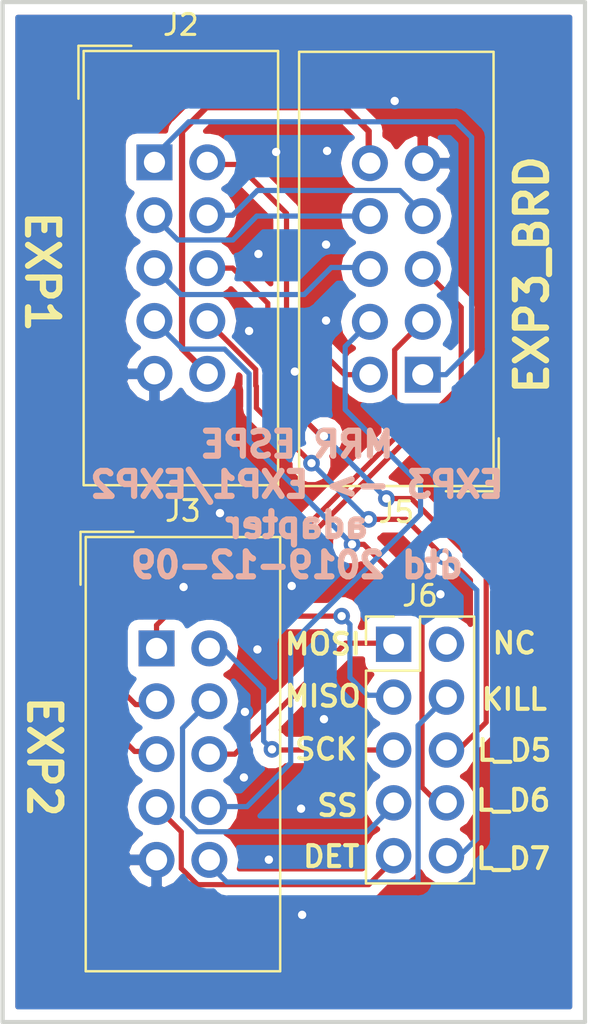
<source format=kicad_pcb>
(kicad_pcb (version 20171130) (host pcbnew 5.0.2-bee76a0~70~ubuntu18.04.1)

  (general
    (thickness 1.6)
    (drawings 18)
    (tracks 173)
    (zones 0)
    (modules 4)
    (nets 20)
  )

  (page A4)
  (layers
    (0 F.Cu signal)
    (31 B.Cu signal)
    (32 B.Adhes user)
    (33 F.Adhes user)
    (34 B.Paste user)
    (35 F.Paste user)
    (36 B.SilkS user)
    (37 F.SilkS user)
    (38 B.Mask user)
    (39 F.Mask user)
    (40 Dwgs.User user)
    (41 Cmts.User user)
    (42 Eco1.User user)
    (43 Eco2.User user)
    (44 Edge.Cuts user)
    (45 Margin user)
    (46 B.CrtYd user)
    (47 F.CrtYd user)
    (48 B.Fab user)
    (49 F.Fab user)
  )

  (setup
    (last_trace_width 0.25)
    (trace_clearance 0.2)
    (zone_clearance 0.508)
    (zone_45_only no)
    (trace_min 0.2)
    (segment_width 0.2)
    (edge_width 0.2)
    (via_size 0.8)
    (via_drill 0.4)
    (via_min_size 0.4)
    (via_min_drill 0.3)
    (uvia_size 0.3)
    (uvia_drill 0.1)
    (uvias_allowed no)
    (uvia_min_size 0.2)
    (uvia_min_drill 0.1)
    (pcb_text_width 0.3)
    (pcb_text_size 1.5 1.5)
    (mod_edge_width 0.15)
    (mod_text_size 1 1)
    (mod_text_width 0.15)
    (pad_size 2.5 2.5)
    (pad_drill 1)
    (pad_to_mask_clearance 0.051)
    (solder_mask_min_width 0.25)
    (aux_axis_origin 0 0)
    (visible_elements FFFFFF7F)
    (pcbplotparams
      (layerselection 0x010fc_ffffffff)
      (usegerberextensions true)
      (usegerberattributes false)
      (usegerberadvancedattributes false)
      (creategerberjobfile false)
      (excludeedgelayer true)
      (linewidth 0.100000)
      (plotframeref false)
      (viasonmask false)
      (mode 1)
      (useauxorigin false)
      (hpglpennumber 1)
      (hpglpenspeed 20)
      (hpglpendiameter 15.000000)
      (psnegative false)
      (psa4output false)
      (plotreference true)
      (plotvalue true)
      (plotinvisibletext false)
      (padsonsilk false)
      (subtractmaskfromsilk false)
      (outputformat 1)
      (mirror false)
      (drillshape 0)
      (scaleselection 1)
      (outputdirectory "gerber/"))
  )

  (net 0 "")
  (net 1 +5V)
  (net 2 GND)
  (net 3 BEEPER)
  (net 4 BTN_ENC)
  (net 5 LCD_EN)
  (net 6 LCD_RS)
  (net 7 LCD_D4)
  (net 8 LCD_D5)
  (net 9 LCD_D6)
  (net 10 LCD_D7)
  (net 11 KILL)
  (net 12 EN)
  (net 13 SD_DET)
  (net 14 MOSI)
  (net 15 BTN_EN1)
  (net 16 SS)
  (net 17 BTN_EN2)
  (net 18 SCK)
  (net 19 MISO)

  (net_class Default "This is the default net class."
    (clearance 0.2)
    (trace_width 0.25)
    (via_dia 0.8)
    (via_drill 0.4)
    (uvia_dia 0.3)
    (uvia_drill 0.1)
    (add_net BEEPER)
    (add_net BTN_EN1)
    (add_net BTN_EN2)
    (add_net BTN_ENC)
    (add_net EN)
    (add_net GND)
    (add_net KILL)
    (add_net LCD_D4)
    (add_net LCD_D5)
    (add_net LCD_D6)
    (add_net LCD_D7)
    (add_net LCD_EN)
    (add_net LCD_RS)
    (add_net MISO)
    (add_net MOSI)
    (add_net SCK)
    (add_net SD_DET)
    (add_net SS)
  )

  (net_class +5V ""
    (clearance 0.2)
    (trace_width 0.3)
    (via_dia 0.8)
    (via_drill 0.4)
    (uvia_dia 0.3)
    (uvia_drill 0.1)
    (add_net +5V)
  )

  (module Connector_IDC:IDC-Header_2x05_P2.54mm_Vertical (layer F.Cu) (tedit 59DE0611) (tstamp 5DFC66CD)
    (at 89.3 88.7)
    (descr "Through hole straight IDC box header, 2x05, 2.54mm pitch, double rows")
    (tags "Through hole IDC box header THT 2x05 2.54mm double row")
    (path /5DEE29DA)
    (fp_text reference J2 (at 1.27 -6.604) (layer F.SilkS)
      (effects (font (size 1 1) (thickness 0.15)))
    )
    (fp_text value EXP1 (at 1.27 16.764) (layer F.Fab)
      (effects (font (size 1 1) (thickness 0.15)))
    )
    (fp_text user %R (at 1.27 5.08) (layer F.Fab)
      (effects (font (size 1 1) (thickness 0.15)))
    )
    (fp_line (start 5.695 -5.1) (end 5.695 15.26) (layer F.Fab) (width 0.1))
    (fp_line (start 5.145 -4.56) (end 5.145 14.7) (layer F.Fab) (width 0.1))
    (fp_line (start -3.155 -5.1) (end -3.155 15.26) (layer F.Fab) (width 0.1))
    (fp_line (start -2.605 -4.56) (end -2.605 2.83) (layer F.Fab) (width 0.1))
    (fp_line (start -2.605 7.33) (end -2.605 14.7) (layer F.Fab) (width 0.1))
    (fp_line (start -2.605 2.83) (end -3.155 2.83) (layer F.Fab) (width 0.1))
    (fp_line (start -2.605 7.33) (end -3.155 7.33) (layer F.Fab) (width 0.1))
    (fp_line (start 5.695 -5.1) (end -3.155 -5.1) (layer F.Fab) (width 0.1))
    (fp_line (start 5.145 -4.56) (end -2.605 -4.56) (layer F.Fab) (width 0.1))
    (fp_line (start 5.695 15.26) (end -3.155 15.26) (layer F.Fab) (width 0.1))
    (fp_line (start 5.145 14.7) (end -2.605 14.7) (layer F.Fab) (width 0.1))
    (fp_line (start 5.695 -5.1) (end 5.145 -4.56) (layer F.Fab) (width 0.1))
    (fp_line (start 5.695 15.26) (end 5.145 14.7) (layer F.Fab) (width 0.1))
    (fp_line (start -3.155 -5.1) (end -2.605 -4.56) (layer F.Fab) (width 0.1))
    (fp_line (start -3.155 15.26) (end -2.605 14.7) (layer F.Fab) (width 0.1))
    (fp_line (start 5.95 -5.35) (end 5.95 15.51) (layer F.CrtYd) (width 0.05))
    (fp_line (start 5.95 15.51) (end -3.41 15.51) (layer F.CrtYd) (width 0.05))
    (fp_line (start -3.41 15.51) (end -3.41 -5.35) (layer F.CrtYd) (width 0.05))
    (fp_line (start -3.41 -5.35) (end 5.95 -5.35) (layer F.CrtYd) (width 0.05))
    (fp_line (start 5.945 -5.35) (end 5.945 15.51) (layer F.SilkS) (width 0.12))
    (fp_line (start 5.945 15.51) (end -3.405 15.51) (layer F.SilkS) (width 0.12))
    (fp_line (start -3.405 15.51) (end -3.405 -5.35) (layer F.SilkS) (width 0.12))
    (fp_line (start -3.405 -5.35) (end 5.945 -5.35) (layer F.SilkS) (width 0.12))
    (fp_line (start -3.655 -5.6) (end -3.655 -3.06) (layer F.SilkS) (width 0.12))
    (fp_line (start -3.655 -5.6) (end -1.115 -5.6) (layer F.SilkS) (width 0.12))
    (pad 1 thru_hole rect (at 0 0) (size 1.7272 1.7272) (drill 1.016) (layers *.Cu *.Mask)
      (net 3 BEEPER))
    (pad 2 thru_hole oval (at 2.54 0) (size 1.7272 1.7272) (drill 1.016) (layers *.Cu *.Mask)
      (net 4 BTN_ENC))
    (pad 3 thru_hole oval (at 0 2.54) (size 1.7272 1.7272) (drill 1.016) (layers *.Cu *.Mask)
      (net 5 LCD_EN))
    (pad 4 thru_hole oval (at 2.54 2.54) (size 1.7272 1.7272) (drill 1.016) (layers *.Cu *.Mask)
      (net 6 LCD_RS))
    (pad 5 thru_hole oval (at 0 5.08) (size 1.7272 1.7272) (drill 1.016) (layers *.Cu *.Mask)
      (net 7 LCD_D4))
    (pad 6 thru_hole oval (at 2.54 5.08) (size 1.7272 1.7272) (drill 1.016) (layers *.Cu *.Mask)
      (net 8 LCD_D5))
    (pad 7 thru_hole oval (at 0 7.62) (size 1.7272 1.7272) (drill 1.016) (layers *.Cu *.Mask)
      (net 9 LCD_D6))
    (pad 8 thru_hole oval (at 2.54 7.62) (size 1.7272 1.7272) (drill 1.016) (layers *.Cu *.Mask)
      (net 10 LCD_D7))
    (pad 9 thru_hole oval (at 0 10.16) (size 1.7272 1.7272) (drill 1.016) (layers *.Cu *.Mask)
      (net 2 GND))
    (pad 10 thru_hole oval (at 2.54 10.16) (size 1.7272 1.7272) (drill 1.016) (layers *.Cu *.Mask)
      (net 1 +5V))
    (model ${KISYS3DMOD}/Connector_IDC.3dshapes/IDC-Header_2x05_P2.54mm_Vertical.wrl
      (at (xyz 0 0 0))
      (scale (xyz 1 1 1))
      (rotate (xyz 0 0 0))
    )
  )

  (module Connector_IDC:IDC-Header_2x05_P2.54mm_Vertical (layer F.Cu) (tedit 59DE0611) (tstamp 5DFC66F5)
    (at 89.4 112.05)
    (descr "Through hole straight IDC box header, 2x05, 2.54mm pitch, double rows")
    (tags "Through hole IDC box header THT 2x05 2.54mm double row")
    (path /5DEE2A58)
    (fp_text reference J3 (at 1.27 -6.604) (layer F.SilkS)
      (effects (font (size 1 1) (thickness 0.15)))
    )
    (fp_text value EXP2 (at 1.27 16.764) (layer F.Fab)
      (effects (font (size 1 1) (thickness 0.15)))
    )
    (fp_line (start -3.655 -5.6) (end -1.115 -5.6) (layer F.SilkS) (width 0.12))
    (fp_line (start -3.655 -5.6) (end -3.655 -3.06) (layer F.SilkS) (width 0.12))
    (fp_line (start -3.405 -5.35) (end 5.945 -5.35) (layer F.SilkS) (width 0.12))
    (fp_line (start -3.405 15.51) (end -3.405 -5.35) (layer F.SilkS) (width 0.12))
    (fp_line (start 5.945 15.51) (end -3.405 15.51) (layer F.SilkS) (width 0.12))
    (fp_line (start 5.945 -5.35) (end 5.945 15.51) (layer F.SilkS) (width 0.12))
    (fp_line (start -3.41 -5.35) (end 5.95 -5.35) (layer F.CrtYd) (width 0.05))
    (fp_line (start -3.41 15.51) (end -3.41 -5.35) (layer F.CrtYd) (width 0.05))
    (fp_line (start 5.95 15.51) (end -3.41 15.51) (layer F.CrtYd) (width 0.05))
    (fp_line (start 5.95 -5.35) (end 5.95 15.51) (layer F.CrtYd) (width 0.05))
    (fp_line (start -3.155 15.26) (end -2.605 14.7) (layer F.Fab) (width 0.1))
    (fp_line (start -3.155 -5.1) (end -2.605 -4.56) (layer F.Fab) (width 0.1))
    (fp_line (start 5.695 15.26) (end 5.145 14.7) (layer F.Fab) (width 0.1))
    (fp_line (start 5.695 -5.1) (end 5.145 -4.56) (layer F.Fab) (width 0.1))
    (fp_line (start 5.145 14.7) (end -2.605 14.7) (layer F.Fab) (width 0.1))
    (fp_line (start 5.695 15.26) (end -3.155 15.26) (layer F.Fab) (width 0.1))
    (fp_line (start 5.145 -4.56) (end -2.605 -4.56) (layer F.Fab) (width 0.1))
    (fp_line (start 5.695 -5.1) (end -3.155 -5.1) (layer F.Fab) (width 0.1))
    (fp_line (start -2.605 7.33) (end -3.155 7.33) (layer F.Fab) (width 0.1))
    (fp_line (start -2.605 2.83) (end -3.155 2.83) (layer F.Fab) (width 0.1))
    (fp_line (start -2.605 7.33) (end -2.605 14.7) (layer F.Fab) (width 0.1))
    (fp_line (start -2.605 -4.56) (end -2.605 2.83) (layer F.Fab) (width 0.1))
    (fp_line (start -3.155 -5.1) (end -3.155 15.26) (layer F.Fab) (width 0.1))
    (fp_line (start 5.145 -4.56) (end 5.145 14.7) (layer F.Fab) (width 0.1))
    (fp_line (start 5.695 -5.1) (end 5.695 15.26) (layer F.Fab) (width 0.1))
    (fp_text user %R (at 1.27 5.08) (layer F.Fab)
      (effects (font (size 1 1) (thickness 0.15)))
    )
    (pad 10 thru_hole oval (at 2.54 10.16) (size 1.7272 1.7272) (drill 1.016) (layers *.Cu *.Mask)
      (net 11 KILL))
    (pad 9 thru_hole oval (at 0 10.16) (size 1.7272 1.7272) (drill 1.016) (layers *.Cu *.Mask)
      (net 2 GND))
    (pad 8 thru_hole oval (at 2.54 7.62) (size 1.7272 1.7272) (drill 1.016) (layers *.Cu *.Mask)
      (net 12 EN))
    (pad 7 thru_hole oval (at 0 7.62) (size 1.7272 1.7272) (drill 1.016) (layers *.Cu *.Mask)
      (net 13 SD_DET))
    (pad 6 thru_hole oval (at 2.54 5.08) (size 1.7272 1.7272) (drill 1.016) (layers *.Cu *.Mask)
      (net 14 MOSI))
    (pad 5 thru_hole oval (at 0 5.08) (size 1.7272 1.7272) (drill 1.016) (layers *.Cu *.Mask)
      (net 15 BTN_EN1))
    (pad 4 thru_hole oval (at 2.54 2.54) (size 1.7272 1.7272) (drill 1.016) (layers *.Cu *.Mask)
      (net 16 SS))
    (pad 3 thru_hole oval (at 0 2.54) (size 1.7272 1.7272) (drill 1.016) (layers *.Cu *.Mask)
      (net 17 BTN_EN2))
    (pad 2 thru_hole oval (at 2.54 0) (size 1.7272 1.7272) (drill 1.016) (layers *.Cu *.Mask)
      (net 18 SCK))
    (pad 1 thru_hole rect (at 0 0) (size 1.7272 1.7272) (drill 1.016) (layers *.Cu *.Mask)
      (net 19 MISO))
    (model ${KISYS3DMOD}/Connector_IDC.3dshapes/IDC-Header_2x05_P2.54mm_Vertical.wrl
      (at (xyz 0 0 0))
      (scale (xyz 1 1 1))
      (rotate (xyz 0 0 0))
    )
  )

  (module Connector_IDC:IDC-Header_2x05_P2.54mm_Vertical (layer F.Cu) (tedit 59DE0611) (tstamp 5DFC6743)
    (at 102.2 98.9 180)
    (descr "Through hole straight IDC box header, 2x05, 2.54mm pitch, double rows")
    (tags "Through hole IDC box header THT 2x05 2.54mm double row")
    (path /5DEE2A92)
    (fp_text reference J5 (at 1.27 -6.604 180) (layer F.SilkS)
      (effects (font (size 1 1) (thickness 0.15)))
    )
    (fp_text value EXP3_BRD (at 1.27 16.764 180) (layer F.Fab)
      (effects (font (size 1 1) (thickness 0.15)))
    )
    (fp_text user %R (at 1.27 5.08 180) (layer F.Fab)
      (effects (font (size 1 1) (thickness 0.15)))
    )
    (fp_line (start 5.695 -5.1) (end 5.695 15.26) (layer F.Fab) (width 0.1))
    (fp_line (start 5.145 -4.56) (end 5.145 14.7) (layer F.Fab) (width 0.1))
    (fp_line (start -3.155 -5.1) (end -3.155 15.26) (layer F.Fab) (width 0.1))
    (fp_line (start -2.605 -4.56) (end -2.605 2.83) (layer F.Fab) (width 0.1))
    (fp_line (start -2.605 7.33) (end -2.605 14.7) (layer F.Fab) (width 0.1))
    (fp_line (start -2.605 2.83) (end -3.155 2.83) (layer F.Fab) (width 0.1))
    (fp_line (start -2.605 7.33) (end -3.155 7.33) (layer F.Fab) (width 0.1))
    (fp_line (start 5.695 -5.1) (end -3.155 -5.1) (layer F.Fab) (width 0.1))
    (fp_line (start 5.145 -4.56) (end -2.605 -4.56) (layer F.Fab) (width 0.1))
    (fp_line (start 5.695 15.26) (end -3.155 15.26) (layer F.Fab) (width 0.1))
    (fp_line (start 5.145 14.7) (end -2.605 14.7) (layer F.Fab) (width 0.1))
    (fp_line (start 5.695 -5.1) (end 5.145 -4.56) (layer F.Fab) (width 0.1))
    (fp_line (start 5.695 15.26) (end 5.145 14.7) (layer F.Fab) (width 0.1))
    (fp_line (start -3.155 -5.1) (end -2.605 -4.56) (layer F.Fab) (width 0.1))
    (fp_line (start -3.155 15.26) (end -2.605 14.7) (layer F.Fab) (width 0.1))
    (fp_line (start 5.95 -5.35) (end 5.95 15.51) (layer F.CrtYd) (width 0.05))
    (fp_line (start 5.95 15.51) (end -3.41 15.51) (layer F.CrtYd) (width 0.05))
    (fp_line (start -3.41 15.51) (end -3.41 -5.35) (layer F.CrtYd) (width 0.05))
    (fp_line (start -3.41 -5.35) (end 5.95 -5.35) (layer F.CrtYd) (width 0.05))
    (fp_line (start 5.945 -5.35) (end 5.945 15.51) (layer F.SilkS) (width 0.12))
    (fp_line (start 5.945 15.51) (end -3.405 15.51) (layer F.SilkS) (width 0.12))
    (fp_line (start -3.405 15.51) (end -3.405 -5.35) (layer F.SilkS) (width 0.12))
    (fp_line (start -3.405 -5.35) (end 5.945 -5.35) (layer F.SilkS) (width 0.12))
    (fp_line (start -3.655 -5.6) (end -3.655 -3.06) (layer F.SilkS) (width 0.12))
    (fp_line (start -3.655 -5.6) (end -1.115 -5.6) (layer F.SilkS) (width 0.12))
    (pad 1 thru_hole rect (at 0 0 180) (size 1.7272 1.7272) (drill 1.016) (layers *.Cu *.Mask)
      (net 3 BEEPER))
    (pad 2 thru_hole oval (at 2.54 0 180) (size 1.7272 1.7272) (drill 1.016) (layers *.Cu *.Mask)
      (net 4 BTN_ENC))
    (pad 3 thru_hole oval (at 0 2.54 180) (size 1.7272 1.7272) (drill 1.016) (layers *.Cu *.Mask)
      (net 15 BTN_EN1))
    (pad 4 thru_hole oval (at 2.54 2.54 180) (size 1.7272 1.7272) (drill 1.016) (layers *.Cu *.Mask)
      (net 12 EN))
    (pad 5 thru_hole oval (at 0 5.08 180) (size 1.7272 1.7272) (drill 1.016) (layers *.Cu *.Mask)
      (net 17 BTN_EN2))
    (pad 6 thru_hole oval (at 2.54 5.08 180) (size 1.7272 1.7272) (drill 1.016) (layers *.Cu *.Mask)
      (net 7 LCD_D4))
    (pad 7 thru_hole oval (at 0 7.62 180) (size 1.7272 1.7272) (drill 1.016) (layers *.Cu *.Mask)
      (net 6 LCD_RS))
    (pad 8 thru_hole oval (at 2.54 7.62 180) (size 1.7272 1.7272) (drill 1.016) (layers *.Cu *.Mask)
      (net 5 LCD_EN))
    (pad 9 thru_hole oval (at 0 10.16 180) (size 1.7272 1.7272) (drill 1.016) (layers *.Cu *.Mask)
      (net 2 GND))
    (pad 10 thru_hole oval (at 2.54 10.16 180) (size 1.7272 1.7272) (drill 1.016) (layers *.Cu *.Mask)
      (net 1 +5V))
    (model ${KISYS3DMOD}/Connector_IDC.3dshapes/IDC-Header_2x05_P2.54mm_Vertical.wrl
      (at (xyz 0 0 0))
      (scale (xyz 1 1 1))
      (rotate (xyz 0 0 0))
    )
  )

  (module Connector_PinHeader_2.54mm:PinHeader_2x05_P2.54mm_Vertical (layer F.Cu) (tedit 59FED5CC) (tstamp 5DFC6763)
    (at 100.8 111.85)
    (descr "Through hole straight pin header, 2x05, 2.54mm pitch, double rows")
    (tags "Through hole pin header THT 2x05 2.54mm double row")
    (path /5DEE330C)
    (fp_text reference J6 (at 1.27 -2.33) (layer F.SilkS)
      (effects (font (size 1 1) (thickness 0.15)))
    )
    (fp_text value Conn_02x05_Odd_Even (at 1.27 12.49) (layer F.Fab)
      (effects (font (size 1 1) (thickness 0.15)))
    )
    (fp_line (start 0 -1.27) (end 3.81 -1.27) (layer F.Fab) (width 0.1))
    (fp_line (start 3.81 -1.27) (end 3.81 11.43) (layer F.Fab) (width 0.1))
    (fp_line (start 3.81 11.43) (end -1.27 11.43) (layer F.Fab) (width 0.1))
    (fp_line (start -1.27 11.43) (end -1.27 0) (layer F.Fab) (width 0.1))
    (fp_line (start -1.27 0) (end 0 -1.27) (layer F.Fab) (width 0.1))
    (fp_line (start -1.33 11.49) (end 3.87 11.49) (layer F.SilkS) (width 0.12))
    (fp_line (start -1.33 1.27) (end -1.33 11.49) (layer F.SilkS) (width 0.12))
    (fp_line (start 3.87 -1.33) (end 3.87 11.49) (layer F.SilkS) (width 0.12))
    (fp_line (start -1.33 1.27) (end 1.27 1.27) (layer F.SilkS) (width 0.12))
    (fp_line (start 1.27 1.27) (end 1.27 -1.33) (layer F.SilkS) (width 0.12))
    (fp_line (start 1.27 -1.33) (end 3.87 -1.33) (layer F.SilkS) (width 0.12))
    (fp_line (start -1.33 0) (end -1.33 -1.33) (layer F.SilkS) (width 0.12))
    (fp_line (start -1.33 -1.33) (end 0 -1.33) (layer F.SilkS) (width 0.12))
    (fp_line (start -1.8 -1.8) (end -1.8 11.95) (layer F.CrtYd) (width 0.05))
    (fp_line (start -1.8 11.95) (end 4.35 11.95) (layer F.CrtYd) (width 0.05))
    (fp_line (start 4.35 11.95) (end 4.35 -1.8) (layer F.CrtYd) (width 0.05))
    (fp_line (start 4.35 -1.8) (end -1.8 -1.8) (layer F.CrtYd) (width 0.05))
    (fp_text user %R (at 1.27 5.08 90) (layer F.Fab)
      (effects (font (size 1 1) (thickness 0.15)))
    )
    (pad 1 thru_hole rect (at 0 0) (size 1.7 1.7) (drill 1) (layers *.Cu *.Mask)
      (net 14 MOSI))
    (pad 2 thru_hole oval (at 2.54 0) (size 1.7 1.7) (drill 1) (layers *.Cu *.Mask))
    (pad 3 thru_hole oval (at 0 2.54) (size 1.7 1.7) (drill 1) (layers *.Cu *.Mask)
      (net 19 MISO))
    (pad 4 thru_hole oval (at 2.54 2.54) (size 1.7 1.7) (drill 1) (layers *.Cu *.Mask)
      (net 11 KILL))
    (pad 5 thru_hole oval (at 0 5.08) (size 1.7 1.7) (drill 1) (layers *.Cu *.Mask)
      (net 18 SCK))
    (pad 6 thru_hole oval (at 2.54 5.08) (size 1.7 1.7) (drill 1) (layers *.Cu *.Mask)
      (net 8 LCD_D5))
    (pad 7 thru_hole oval (at 0 7.62) (size 1.7 1.7) (drill 1) (layers *.Cu *.Mask)
      (net 16 SS))
    (pad 8 thru_hole oval (at 2.54 7.62) (size 1.7 1.7) (drill 1) (layers *.Cu *.Mask)
      (net 9 LCD_D6))
    (pad 9 thru_hole oval (at 0 10.16) (size 1.7 1.7) (drill 1) (layers *.Cu *.Mask)
      (net 13 SD_DET))
    (pad 10 thru_hole oval (at 2.54 10.16) (size 1.7 1.7) (drill 1) (layers *.Cu *.Mask)
      (net 10 LCD_D7))
    (model ${KISYS3DMOD}/Connector_PinHeader_2.54mm.3dshapes/PinHeader_2x05_P2.54mm_Vertical.wrl
      (at (xyz 0 0 0))
      (scale (xyz 1 1 1))
      (rotate (xyz 0 0 0))
    )
  )

  (gr_text "MRR ESPE\nEXP3 -> EXP1/EXP2\nadapter\ndtd 2019-12-09" (at 96.15 105.15) (layer B.SilkS)
    (effects (font (size 1.2 1.2) (thickness 0.3)) (justify mirror))
  )
  (gr_line (start 82 130) (end 82 81) (layer Edge.Cuts) (width 0.2))
  (gr_line (start 110 130) (end 82 130) (layer Edge.Cuts) (width 0.2))
  (gr_line (start 110 81) (end 110 130) (layer Edge.Cuts) (width 0.2))
  (gr_line (start 82 81) (end 110 81) (layer Edge.Cuts) (width 0.2))
  (gr_text EXP2 (at 84 117.25 270) (layer F.SilkS) (tstamp 5DFD3D88)
    (effects (font (size 1.5 1.5) (thickness 0.3)))
  )
  (gr_text EXP1 (at 83.9 93.95 270) (layer F.SilkS) (tstamp 5DFD3D81)
    (effects (font (size 1.5 1.5) (thickness 0.3)))
  )
  (gr_text EXP3_BRD (at 107.45 94.1 90) (layer F.SilkS)
    (effects (font (size 1.5 1.5) (thickness 0.3)))
  )
  (gr_text NC (at 106.6 111.8) (layer F.SilkS) (tstamp 5DFD3CCA)
    (effects (font (size 1 1) (thickness 0.2)))
  )
  (gr_text MOSI (at 97.4 111.85) (layer F.SilkS) (tstamp 5DFD3CC8)
    (effects (font (size 1 1) (thickness 0.2)))
  )
  (gr_text DET (at 97.8 122.05) (layer F.SilkS) (tstamp 5DFD3CC6)
    (effects (font (size 1 1) (thickness 0.2)))
  )
  (gr_text SS (at 98.1 119.6) (layer F.SilkS) (tstamp 5DFD3CC4)
    (effects (font (size 1 1) (thickness 0.2)))
  )
  (gr_text SCK (at 97.55 116.9) (layer F.SilkS) (tstamp 5DFD3CC2)
    (effects (font (size 1 1) (thickness 0.2)))
  )
  (gr_text MISO (at 97.4 114.35) (layer F.SilkS) (tstamp 5DFD3CC0)
    (effects (font (size 1 1) (thickness 0.2)))
  )
  (gr_text KILL (at 106.6 114.5) (layer F.SilkS) (tstamp 5DFD3CBE)
    (effects (font (size 1 1) (thickness 0.2)))
  )
  (gr_text L_D7 (at 106.55 122.15) (layer F.SilkS) (tstamp 5DFD3CBC)
    (effects (font (size 1 1) (thickness 0.2)))
  )
  (gr_text L_D6 (at 106.55 119.35) (layer F.SilkS) (tstamp 5DFD3CBA)
    (effects (font (size 1 1) (thickness 0.2)))
  )
  (gr_text L_D5 (at 106.6 116.95) (layer F.SilkS)
    (effects (font (size 1 1) (thickness 0.2)))
  )

  (segment (start 99.6 87.2) (end 99.6 88.6) (width 0.3) (layer F.Cu) (net 1) (status 20))
  (segment (start 98.45 86.05) (end 99.6 87.2) (width 0.3) (layer F.Cu) (net 1))
  (segment (start 90.626399 87.223601) (end 91.8 86.05) (width 0.3) (layer F.Cu) (net 1))
  (segment (start 91.8 86.05) (end 98.45 86.05) (width 0.3) (layer F.Cu) (net 1))
  (segment (start 90.626399 97.646399) (end 90.626399 87.223601) (width 0.3) (layer F.Cu) (net 1))
  (segment (start 91.84 98.86) (end 90.626399 97.646399) (width 0.3) (layer F.Cu) (net 1) (status 10))
  (via (at 97.55 92.65) (size 0.8) (drill 0.4) (layers F.Cu B.Cu) (net 2))
  (via (at 94.3 93.1) (size 0.8) (drill 0.4) (layers F.Cu B.Cu) (net 2))
  (via (at 97.55 96.3) (size 0.8) (drill 0.4) (layers F.Cu B.Cu) (net 2))
  (via (at 97.6 88.15) (size 0.8) (drill 0.4) (layers F.Cu B.Cu) (net 2))
  (via (at 95.15 88.2) (size 0.8) (drill 0.4) (layers F.Cu B.Cu) (net 2))
  (via (at 90.7 109.1) (size 0.8) (drill 0.4) (layers F.Cu B.Cu) (net 2))
  (via (at 95.9 109.05) (size 0.8) (drill 0.4) (layers F.Cu B.Cu) (net 2))
  (via (at 94.25 112.1) (size 0.8) (drill 0.4) (layers F.Cu B.Cu) (net 2))
  (via (at 93.65 115.1) (size 0.8) (drill 0.4) (layers F.Cu B.Cu) (net 2))
  (via (at 93.6 118.25) (size 0.8) (drill 0.4) (layers F.Cu B.Cu) (net 2))
  (via (at 94.8 122.2) (size 0.8) (drill 0.4) (layers F.Cu B.Cu) (net 2))
  (via (at 96.35 119.75) (size 0.8) (drill 0.4) (layers F.Cu B.Cu) (net 2))
  (via (at 97.45 115.45) (size 0.8) (drill 0.4) (layers F.Cu B.Cu) (net 2))
  (via (at 96.05 98.75) (size 0.8) (drill 0.4) (layers F.Cu B.Cu) (net 2))
  (via (at 96.4 124.85) (size 0.8) (drill 0.4) (layers F.Cu B.Cu) (net 2))
  (segment (start 93.65 112.7) (end 94.25 112.1) (width 0.25) (layer F.Cu) (net 2))
  (segment (start 93.65 115.1) (end 93.65 112.7) (width 0.25) (layer F.Cu) (net 2))
  (segment (start 94.85 118.25) (end 96.35 119.75) (width 0.25) (layer F.Cu) (net 2))
  (segment (start 93.6 118.25) (end 94.85 118.25) (width 0.25) (layer F.Cu) (net 2))
  (segment (start 96.35 120.65) (end 96.35 119.75) (width 0.25) (layer F.Cu) (net 2))
  (segment (start 94.8 122.2) (end 96.35 120.65) (width 0.25) (layer F.Cu) (net 2))
  (via (at 92.45 105.55) (size 0.8) (drill 0.4) (layers F.Cu B.Cu) (net 2))
  (segment (start 90.7 107.3) (end 92.45 105.55) (width 0.25) (layer B.Cu) (net 2))
  (segment (start 90.7 109.1) (end 90.7 107.3) (width 0.25) (layer B.Cu) (net 2))
  (segment (start 93.65 118.2) (end 93.6 118.25) (width 0.25) (layer B.Cu) (net 2))
  (segment (start 93.65 115.1) (end 93.65 118.2) (width 0.25) (layer B.Cu) (net 2))
  (segment (start 96.35 119.75) (end 97.5 118.6) (width 0.25) (layer B.Cu) (net 2))
  (segment (start 97.45 118.55) (end 97.45 115.45) (width 0.25) (layer B.Cu) (net 2))
  (segment (start 97.5 118.6) (end 97.45 118.55) (width 0.25) (layer B.Cu) (net 2))
  (segment (start 97.1 93.1) (end 97.55 92.65) (width 0.25) (layer B.Cu) (net 2))
  (segment (start 94.3 93.1) (end 97.1 93.1) (width 0.25) (layer B.Cu) (net 2))
  (via (at 100.85 85.75) (size 0.8) (drill 0.4) (layers F.Cu B.Cu) (net 2))
  (segment (start 97.55 97.25) (end 97.55 96.3) (width 0.25) (layer B.Cu) (net 2))
  (segment (start 96.05 98.75) (end 97.55 97.25) (width 0.25) (layer B.Cu) (net 2))
  (segment (start 97.55 88.2) (end 97.6 88.15) (width 0.25) (layer F.Cu) (net 2))
  (segment (start 95.15 88.2) (end 97.55 88.2) (width 0.25) (layer F.Cu) (net 2))
  (segment (start 97.6 92.6) (end 97.55 92.65) (width 0.25) (layer F.Cu) (net 2))
  (segment (start 97.6 88.15) (end 97.6 92.6) (width 0.25) (layer F.Cu) (net 2))
  (segment (start 97.55 92.65) (end 97.55 96.3) (width 0.25) (layer F.Cu) (net 2))
  (via (at 93.85 96.8) (size 0.8) (drill 0.4) (layers F.Cu B.Cu) (net 2))
  (via (at 103.05 109.45) (size 0.8) (drill 0.4) (layers F.Cu B.Cu) (net 2))
  (segment (start 103.3136 98.9) (end 104.55 97.6636) (width 0.25) (layer B.Cu) (net 3))
  (segment (start 102.2 98.9) (end 103.3136 98.9) (width 0.25) (layer B.Cu) (net 3) (status 10))
  (segment (start 104.55 97.6636) (end 104.55 87.5) (width 0.25) (layer B.Cu) (net 3))
  (segment (start 104.55 87.5) (end 103.8 86.75) (width 0.25) (layer B.Cu) (net 3))
  (segment (start 103.8 86.75) (end 90.95 86.75) (width 0.25) (layer B.Cu) (net 3))
  (segment (start 90.95 86.75) (end 89.4 88.3) (width 0.25) (layer B.Cu) (net 3) (status 20))
  (segment (start 89.4 88.3) (end 89.4 88.75) (width 0.25) (layer B.Cu) (net 3) (status 30))
  (segment (start 98.438686 98.9) (end 95.65 96.111314) (width 0.25) (layer F.Cu) (net 4))
  (segment (start 99.66 98.9) (end 98.438686 98.9) (width 0.25) (layer F.Cu) (net 4) (status 10))
  (segment (start 95.65 96.111314) (end 95.65 91.15) (width 0.25) (layer F.Cu) (net 4))
  (segment (start 95.65 91.15) (end 93.3 88.8) (width 0.25) (layer F.Cu) (net 4))
  (segment (start 93.3 88.8) (end 92 88.8) (width 0.25) (layer F.Cu) (net 4) (status 20))
  (segment (start 92 88.8) (end 92.05 88.8) (width 0.25) (layer F.Cu) (net 4) (status 30))
  (segment (start 99.66 91.28) (end 94.22 91.28) (width 0.25) (layer B.Cu) (net 5) (status 10))
  (segment (start 93.071399 92.428601) (end 90.421399 92.428601) (width 0.25) (layer B.Cu) (net 5))
  (segment (start 94.22 91.28) (end 93.071399 92.428601) (width 0.25) (layer B.Cu) (net 5))
  (segment (start 90.421399 92.428601) (end 89.342798 91.35) (width 0.25) (layer B.Cu) (net 5) (status 20))
  (segment (start 89.342798 91.35) (end 89.25 91.35) (width 0.25) (layer B.Cu) (net 5) (status 30))
  (segment (start 93.061314 91.24) (end 94.251314 90.05) (width 0.25) (layer B.Cu) (net 6))
  (segment (start 91.84 91.24) (end 93.061314 91.24) (width 0.25) (layer B.Cu) (net 6) (status 10))
  (segment (start 94.251314 90.05) (end 101.1 90.05) (width 0.25) (layer B.Cu) (net 6))
  (segment (start 101.1 90.05) (end 102.1 91.05) (width 0.25) (layer B.Cu) (net 6) (status 20))
  (segment (start 89.3 93.78) (end 90.57 95.05) (width 0.25) (layer B.Cu) (net 7) (status 10))
  (segment (start 90.57 95.05) (end 96.5 95.05) (width 0.25) (layer B.Cu) (net 7))
  (segment (start 96.5 95.05) (end 97.8 93.75) (width 0.25) (layer B.Cu) (net 7))
  (segment (start 97.8 93.75) (end 99.55 93.75) (width 0.25) (layer B.Cu) (net 7) (status 20))
  (segment (start 93.061314 93.78) (end 94.75 95.468686) (width 0.25) (layer F.Cu) (net 8))
  (segment (start 91.84 93.78) (end 93.061314 93.78) (width 0.25) (layer F.Cu) (net 8) (status 10))
  (segment (start 94.75 95.468686) (end 94.75 99.3) (width 0.25) (layer F.Cu) (net 8))
  (segment (start 94.75 99.3) (end 97.3 101.85) (width 0.25) (layer F.Cu) (net 8))
  (via (at 97.45 101.85) (size 0.8) (drill 0.4) (layers F.Cu B.Cu) (net 8))
  (segment (start 97.3 101.85) (end 97.45 101.85) (width 0.25) (layer F.Cu) (net 8))
  (segment (start 97.45 101.85) (end 100.45 104.85) (width 0.25) (layer B.Cu) (net 8))
  (via (at 100.45 104.85) (size 0.8) (drill 0.4) (layers F.Cu B.Cu) (net 8))
  (segment (start 100.45 104.85) (end 101.65 104.85) (width 0.25) (layer F.Cu) (net 8))
  (segment (start 101.65 104.85) (end 105.25 108.45) (width 0.25) (layer F.Cu) (net 8))
  (segment (start 105.25 108.45) (end 105.25 115.6) (width 0.25) (layer F.Cu) (net 8))
  (segment (start 105.25 115.6) (end 104 116.85) (width 0.25) (layer F.Cu) (net 8) (status 20))
  (segment (start 104 116.85) (end 103.55 116.85) (width 0.25) (layer F.Cu) (net 8) (status 30))
  (segment (start 90.651399 97.671399) (end 92.671399 97.671399) (width 0.25) (layer B.Cu) (net 9))
  (segment (start 89.3 96.32) (end 90.651399 97.671399) (width 0.25) (layer B.Cu) (net 9) (status 10))
  (segment (start 92.671399 97.671399) (end 93.85 98.85) (width 0.25) (layer B.Cu) (net 9))
  (via (at 98.8 107.05) (size 0.8) (drill 0.4) (layers F.Cu B.Cu) (net 9))
  (segment (start 93.85 98.85) (end 93.85 102.1) (width 0.25) (layer B.Cu) (net 9))
  (segment (start 93.85 102.1) (end 98.8 107.05) (width 0.25) (layer B.Cu) (net 9))
  (segment (start 102.164999 109.849314) (end 102.164999 118.714999) (width 0.25) (layer F.Cu) (net 9))
  (segment (start 98.8 107.05) (end 99.365685 107.05) (width 0.25) (layer F.Cu) (net 9))
  (segment (start 99.365685 107.05) (end 102.164999 109.849314) (width 0.25) (layer F.Cu) (net 9))
  (segment (start 102.164999 118.714999) (end 102.85 119.4) (width 0.25) (layer F.Cu) (net 9) (status 20))
  (segment (start 102.85 119.4) (end 103.4 119.4) (width 0.25) (layer F.Cu) (net 9) (status 30))
  (segment (start 91.84 96.32) (end 94.17 98.65) (width 0.25) (layer F.Cu) (net 10) (status 10))
  (segment (start 94.17 98.65) (end 94.17 99.43) (width 0.25) (layer F.Cu) (net 10))
  (segment (start 94.17 99.43) (end 94.2 99.46) (width 0.25) (layer F.Cu) (net 10))
  (segment (start 94.2 99.46) (end 94.2 100.5) (width 0.25) (layer F.Cu) (net 10))
  (via (at 96.85 103.15) (size 0.8) (drill 0.4) (layers F.Cu B.Cu) (net 10))
  (segment (start 94.2 100.5) (end 96.85 103.15) (width 0.25) (layer F.Cu) (net 10))
  (via (at 99.6 105.85) (size 0.8) (drill 0.4) (layers F.Cu B.Cu) (net 10))
  (segment (start 96.85 103.15) (end 99.55 105.85) (width 0.25) (layer B.Cu) (net 10))
  (segment (start 99.55 105.85) (end 99.6 105.85) (width 0.25) (layer B.Cu) (net 10))
  (segment (start 99.6 105.85) (end 101.4 105.85) (width 0.25) (layer F.Cu) (net 10))
  (via (at 103.2 107.65) (size 0.8) (drill 0.4) (layers F.Cu B.Cu) (net 10))
  (segment (start 101.4 105.85) (end 103.2 107.65) (width 0.25) (layer F.Cu) (net 10))
  (segment (start 103.2 107.65) (end 104.8 109.25) (width 0.25) (layer B.Cu) (net 10))
  (segment (start 104.8 109.25) (end 104.8 121.2) (width 0.25) (layer B.Cu) (net 10))
  (segment (start 104.8 121.2) (end 103.95 122.05) (width 0.25) (layer B.Cu) (net 10) (status 20))
  (segment (start 103.95 122.05) (end 103.55 122.05) (width 0.25) (layer B.Cu) (net 10) (status 30))
  (segment (start 101.975001 115.754999) (end 101.975001 123.274999) (width 0.25) (layer B.Cu) (net 11))
  (segment (start 103.34 114.39) (end 101.975001 115.754999) (width 0.25) (layer B.Cu) (net 11) (status 10))
  (segment (start 101.975001 123.274999) (end 92.774999 123.274999) (width 0.25) (layer B.Cu) (net 11))
  (segment (start 92.774999 123.274999) (end 92 122.5) (width 0.25) (layer B.Cu) (net 11) (status 20))
  (segment (start 98.471399 97.548601) (end 98.471399 100.578601) (width 0.25) (layer B.Cu) (net 12))
  (segment (start 99.66 96.36) (end 98.471399 97.548601) (width 0.25) (layer B.Cu) (net 12) (status 10))
  (segment (start 98.471399 100.578601) (end 102.092798 104.2) (width 0.25) (layer B.Cu) (net 12))
  (segment (start 102.092798 104.2) (end 102.092798 105.607202) (width 0.25) (layer B.Cu) (net 12))
  (segment (start 102.092798 105.607202) (end 95.85 111.85) (width 0.25) (layer B.Cu) (net 12))
  (segment (start 95.85 111.85) (end 95.85 117.55) (width 0.25) (layer B.Cu) (net 12))
  (segment (start 95.85 117.55) (end 93.75 119.65) (width 0.25) (layer B.Cu) (net 12))
  (segment (start 93.75 119.65) (end 92.1 119.65) (width 0.25) (layer B.Cu) (net 12) (status 20))
  (segment (start 90.588601 122.617731) (end 91.37087 123.4) (width 0.25) (layer F.Cu) (net 13))
  (segment (start 89.4 119.67) (end 90.588601 120.858601) (width 0.25) (layer F.Cu) (net 13) (status 10))
  (segment (start 90.588601 120.858601) (end 90.588601 122.617731) (width 0.25) (layer F.Cu) (net 13))
  (segment (start 91.37087 123.4) (end 99.6 123.4) (width 0.25) (layer F.Cu) (net 13))
  (segment (start 99.6 123.4) (end 100.7 122.3) (width 0.25) (layer F.Cu) (net 13) (status 20))
  (segment (start 100.7 122.3) (end 101.05 121.95) (width 0.25) (layer F.Cu) (net 13) (status 30))
  (segment (start 93.161314 117.13) (end 98.491314 111.8) (width 0.25) (layer F.Cu) (net 14))
  (segment (start 91.94 117.13) (end 93.161314 117.13) (width 0.25) (layer F.Cu) (net 14) (status 10))
  (segment (start 98.491314 111.8) (end 100.8 111.8) (width 0.25) (layer F.Cu) (net 14) (status 20))
  (segment (start 100.8 111.8) (end 100.65 111.8) (width 0.25) (layer F.Cu) (net 14) (status 30))
  (segment (start 100.848601 97.711399) (end 100.848601 101.951399) (width 0.25) (layer F.Cu) (net 15))
  (segment (start 102.2 96.36) (end 100.848601 97.711399) (width 0.25) (layer F.Cu) (net 15) (status 10))
  (segment (start 100.848601 101.951399) (end 96.2 106.6) (width 0.25) (layer F.Cu) (net 15))
  (segment (start 96.2 106.6) (end 90.2 106.6) (width 0.25) (layer F.Cu) (net 15))
  (segment (start 90.2 106.6) (end 87.35 109.45) (width 0.25) (layer F.Cu) (net 15))
  (segment (start 87.35 109.45) (end 87.35 116) (width 0.25) (layer F.Cu) (net 15))
  (segment (start 87.35 116) (end 88.35 117) (width 0.25) (layer F.Cu) (net 15))
  (segment (start 88.35 117) (end 89.4 117) (width 0.25) (layer F.Cu) (net 15) (status 20))
  (segment (start 91.94 114.59) (end 90.65 115.88) (width 0.25) (layer B.Cu) (net 16) (status 10))
  (segment (start 91.369471 120.858601) (end 99.541399 120.858601) (width 0.25) (layer B.Cu) (net 16))
  (segment (start 90.65 115.88) (end 90.65 120.13913) (width 0.25) (layer B.Cu) (net 16))
  (segment (start 90.65 120.13913) (end 91.369471 120.858601) (width 0.25) (layer B.Cu) (net 16))
  (segment (start 99.541399 120.858601) (end 100.75 119.65) (width 0.25) (layer B.Cu) (net 16) (status 20))
  (segment (start 102.2 93.82) (end 104.05 95.67) (width 0.25) (layer F.Cu) (net 17) (status 10))
  (segment (start 104.05 99.38641) (end 96.18641 107.25) (width 0.25) (layer F.Cu) (net 17))
  (segment (start 104.05 95.67) (end 104.05 99.38641) (width 0.25) (layer F.Cu) (net 17))
  (segment (start 90.3 107.25) (end 87.80001 109.74999) (width 0.25) (layer F.Cu) (net 17))
  (segment (start 96.18641 107.25) (end 90.3 107.25) (width 0.25) (layer F.Cu) (net 17))
  (segment (start 87.80001 109.74999) (end 87.80001 114.15) (width 0.25) (layer F.Cu) (net 17))
  (segment (start 87.80001 114.15) (end 87.80001 114.15001) (width 0.25) (layer F.Cu) (net 17))
  (segment (start 87.80001 114.15001) (end 88.4 114.75) (width 0.25) (layer F.Cu) (net 17))
  (segment (start 88.4 114.75) (end 89.6 114.75) (width 0.25) (layer F.Cu) (net 17) (status 20))
  (via (at 94.95 116.9) (size 0.8) (drill 0.4) (layers F.Cu B.Cu) (net 18))
  (segment (start 100.8 116.93) (end 94.98 116.93) (width 0.25) (layer F.Cu) (net 18) (status 10))
  (segment (start 94.98 116.93) (end 94.95 116.9) (width 0.25) (layer F.Cu) (net 18))
  (segment (start 94.550001 116.500001) (end 94.550001 114.000001) (width 0.25) (layer B.Cu) (net 18))
  (segment (start 94.95 116.9) (end 94.550001 116.500001) (width 0.25) (layer B.Cu) (net 18))
  (segment (start 94.550001 114.000001) (end 92.45 111.9) (width 0.25) (layer B.Cu) (net 18) (status 20))
  (segment (start 92.45 111.9) (end 92.1 111.9) (width 0.25) (layer B.Cu) (net 18) (status 30))
  (segment (start 92.1 111.9) (end 92.2 112) (width 0.25) (layer B.Cu) (net 18) (status 30))
  (via (at 98.3 110.5) (size 0.8) (drill 0.4) (layers F.Cu B.Cu) (net 19))
  (segment (start 89.8364 110.5) (end 98.3 110.5) (width 0.25) (layer F.Cu) (net 19))
  (segment (start 89.4 112.05) (end 89.4 110.9364) (width 0.25) (layer F.Cu) (net 19) (status 10))
  (segment (start 89.4 110.9364) (end 89.8364 110.5) (width 0.25) (layer F.Cu) (net 19))
  (segment (start 98.699999 110.899999) (end 98.699999 113.449999) (width 0.25) (layer B.Cu) (net 19))
  (segment (start 98.3 110.5) (end 98.699999 110.899999) (width 0.25) (layer B.Cu) (net 19))
  (segment (start 98.699999 113.449999) (end 99.55 114.3) (width 0.25) (layer B.Cu) (net 19))
  (segment (start 99.55 114.3) (end 100.65 114.3) (width 0.25) (layer B.Cu) (net 19) (status 20))

  (zone (net 2) (net_name GND) (layer F.Cu) (tstamp 5DEE5978) (hatch edge 0.508)
    (connect_pads (clearance 0.508))
    (min_thickness 0.254)
    (fill yes (arc_segments 16) (thermal_gap 0.508) (thermal_bridge_width 0.508))
    (polygon
      (pts
        (xy 82.099221 81.123525) (xy 110.049221 81.073525) (xy 109.999221 129.923525) (xy 81.949221 129.823525)
      )
    )
    (filled_polygon
      (pts
        (xy 109.265001 129.265) (xy 82.735 129.265) (xy 82.735 122.569026) (xy 87.945042 122.569026) (xy 88.117312 122.984947)
        (xy 88.51151 123.416821) (xy 89.040973 123.664968) (xy 89.273 123.544469) (xy 89.273 122.337) (xy 88.066183 122.337)
        (xy 87.945042 122.569026) (xy 82.735 122.569026) (xy 82.735 109.45) (xy 86.575112 109.45) (xy 86.59 109.524847)
        (xy 86.590001 115.925148) (xy 86.575112 116) (xy 86.634097 116.296537) (xy 86.738022 116.452071) (xy 86.802072 116.547929)
        (xy 86.865528 116.590329) (xy 87.759671 117.484473) (xy 87.802071 117.547929) (xy 87.97864 117.665909) (xy 87.98835 117.714725)
        (xy 88.31957 118.21043) (xy 88.603281 118.4) (xy 88.31957 118.58957) (xy 87.98835 119.085275) (xy 87.872041 119.67)
        (xy 87.98835 120.254725) (xy 88.31957 120.75043) (xy 88.621021 120.951854) (xy 88.51151 121.003179) (xy 88.117312 121.435053)
        (xy 87.945042 121.850974) (xy 88.066183 122.083) (xy 89.273 122.083) (xy 89.273 122.063) (xy 89.527 122.063)
        (xy 89.527 122.083) (xy 89.547 122.083) (xy 89.547 122.337) (xy 89.527 122.337) (xy 89.527 123.544469)
        (xy 89.759027 123.664968) (xy 90.28849 123.416821) (xy 90.300133 123.404065) (xy 90.780543 123.884475) (xy 90.822941 123.947929)
        (xy 90.886394 123.990327) (xy 90.886396 123.990329) (xy 91.011772 124.074102) (xy 91.074333 124.115904) (xy 91.296018 124.16)
        (xy 91.296022 124.16) (xy 91.370869 124.174888) (xy 91.445716 124.16) (xy 99.525153 124.16) (xy 99.6 124.174888)
        (xy 99.674847 124.16) (xy 99.674852 124.16) (xy 99.896537 124.115904) (xy 100.147929 123.947929) (xy 100.190331 123.88447)
        (xy 100.592069 123.482732) (xy 100.653744 123.495) (xy 100.946256 123.495) (xy 101.379418 123.408839) (xy 101.870625 123.080625)
        (xy 102.07 122.782239) (xy 102.269375 123.080625) (xy 102.760582 123.408839) (xy 103.193744 123.495) (xy 103.486256 123.495)
        (xy 103.919418 123.408839) (xy 104.410625 123.080625) (xy 104.738839 122.589418) (xy 104.854092 122.01) (xy 104.738839 121.430582)
        (xy 104.410625 120.939375) (xy 104.112239 120.74) (xy 104.410625 120.540625) (xy 104.738839 120.049418) (xy 104.854092 119.47)
        (xy 104.738839 118.890582) (xy 104.410625 118.399375) (xy 104.112239 118.2) (xy 104.410625 118.000625) (xy 104.738839 117.509418)
        (xy 104.819154 117.105648) (xy 105.734473 116.190329) (xy 105.797929 116.147929) (xy 105.965904 115.896537) (xy 106.01 115.674852)
        (xy 106.01 115.674847) (xy 106.024888 115.6) (xy 106.01 115.525153) (xy 106.01 108.524848) (xy 106.024888 108.45)
        (xy 106.01 108.375152) (xy 106.01 108.375148) (xy 105.965904 108.153463) (xy 105.965904 108.153462) (xy 105.840329 107.965527)
        (xy 105.797929 107.902071) (xy 105.734473 107.859671) (xy 102.240331 104.36553) (xy 102.197929 104.302071) (xy 101.946537 104.134096)
        (xy 101.724852 104.09) (xy 101.724847 104.09) (xy 101.65 104.075112) (xy 101.575153 104.09) (xy 101.153711 104.09)
        (xy 101.03628 103.972569) (xy 100.684397 103.826815) (xy 104.534473 99.976739) (xy 104.597929 99.934339) (xy 104.765904 99.682947)
        (xy 104.81 99.461262) (xy 104.81 99.461258) (xy 104.824888 99.38641) (xy 104.81 99.311562) (xy 104.81 95.744846)
        (xy 104.824888 95.669999) (xy 104.81 95.595152) (xy 104.81 95.595148) (xy 104.765904 95.373463) (xy 104.597929 95.122071)
        (xy 104.534473 95.079671) (xy 103.652775 94.197974) (xy 103.727959 93.82) (xy 103.61165 93.235275) (xy 103.28043 92.73957)
        (xy 102.996719 92.55) (xy 103.28043 92.36043) (xy 103.61165 91.864725) (xy 103.727959 91.28) (xy 103.61165 90.695275)
        (xy 103.28043 90.19957) (xy 102.978979 89.998146) (xy 103.08849 89.946821) (xy 103.482688 89.514947) (xy 103.654958 89.099026)
        (xy 103.533817 88.867) (xy 102.327 88.867) (xy 102.327 88.887) (xy 102.073 88.887) (xy 102.073 88.867)
        (xy 102.053 88.867) (xy 102.053 88.613) (xy 102.073 88.613) (xy 102.073 87.405531) (xy 102.327 87.405531)
        (xy 102.327 88.613) (xy 103.533817 88.613) (xy 103.654958 88.380974) (xy 103.482688 87.965053) (xy 103.08849 87.533179)
        (xy 102.559027 87.285032) (xy 102.327 87.405531) (xy 102.073 87.405531) (xy 101.840973 87.285032) (xy 101.31151 87.533179)
        (xy 100.933037 87.947826) (xy 100.74043 87.65957) (xy 100.385 87.422079) (xy 100.385 87.277312) (xy 100.400378 87.2)
        (xy 100.385 87.122688) (xy 100.385 87.122684) (xy 100.339454 86.893708) (xy 100.165953 86.634047) (xy 100.100408 86.590251)
        (xy 99.059749 85.549592) (xy 99.015953 85.484047) (xy 98.756292 85.310546) (xy 98.527316 85.265) (xy 98.527312 85.265)
        (xy 98.45 85.249622) (xy 98.372688 85.265) (xy 91.87731 85.265) (xy 91.799999 85.249622) (xy 91.722688 85.265)
        (xy 91.722684 85.265) (xy 91.493708 85.310546) (xy 91.493706 85.310547) (xy 91.493707 85.310547) (xy 91.299591 85.440251)
        (xy 91.299589 85.440253) (xy 91.234047 85.484047) (xy 91.190253 85.549589) (xy 90.125989 86.613854) (xy 90.060447 86.657648)
        (xy 90.016653 86.72319) (xy 90.01665 86.723193) (xy 89.886945 86.91731) (xy 89.832911 87.18896) (xy 88.4364 87.18896)
        (xy 88.188635 87.238243) (xy 87.978591 87.378591) (xy 87.838243 87.588635) (xy 87.78896 87.8364) (xy 87.78896 89.5636)
        (xy 87.838243 89.811365) (xy 87.978591 90.021409) (xy 88.188635 90.161757) (xy 88.214651 90.166932) (xy 87.88835 90.655275)
        (xy 87.772041 91.24) (xy 87.88835 91.824725) (xy 88.21957 92.32043) (xy 88.503281 92.51) (xy 88.21957 92.69957)
        (xy 87.88835 93.195275) (xy 87.772041 93.78) (xy 87.88835 94.364725) (xy 88.21957 94.86043) (xy 88.503281 95.05)
        (xy 88.21957 95.23957) (xy 87.88835 95.735275) (xy 87.772041 96.32) (xy 87.88835 96.904725) (xy 88.21957 97.40043)
        (xy 88.521021 97.601854) (xy 88.41151 97.653179) (xy 88.017312 98.085053) (xy 87.845042 98.500974) (xy 87.966183 98.733)
        (xy 89.173 98.733) (xy 89.173 98.713) (xy 89.427 98.713) (xy 89.427 98.733) (xy 89.447 98.733)
        (xy 89.447 98.987) (xy 89.427 98.987) (xy 89.427 100.194469) (xy 89.659027 100.314968) (xy 90.18849 100.066821)
        (xy 90.566963 99.652174) (xy 90.75957 99.94043) (xy 91.255275 100.27165) (xy 91.692402 100.3586) (xy 91.987598 100.3586)
        (xy 92.424725 100.27165) (xy 92.92043 99.94043) (xy 93.25165 99.444725) (xy 93.357546 98.912348) (xy 93.41 98.964802)
        (xy 93.41 99.355153) (xy 93.395112 99.43) (xy 93.41 99.504847) (xy 93.41 99.504852) (xy 93.44 99.65567)
        (xy 93.440001 100.425149) (xy 93.425112 100.5) (xy 93.440001 100.574852) (xy 93.484097 100.796537) (xy 93.652072 101.047929)
        (xy 93.715528 101.090329) (xy 95.815 103.189802) (xy 95.815 103.355874) (xy 95.972569 103.73628) (xy 96.26372 104.027431)
        (xy 96.644126 104.185) (xy 97.055874 104.185) (xy 97.43628 104.027431) (xy 97.727431 103.73628) (xy 97.885 103.355874)
        (xy 97.885 102.944126) (xy 97.830541 102.812651) (xy 98.03628 102.727431) (xy 98.327431 102.43628) (xy 98.485 102.055874)
        (xy 98.485 101.644126) (xy 98.327431 101.26372) (xy 98.03628 100.972569) (xy 97.655874 100.815) (xy 97.339802 100.815)
        (xy 95.51 98.985199) (xy 95.51 97.046115) (xy 97.848357 99.384473) (xy 97.890757 99.447929) (xy 98.142149 99.615904)
        (xy 98.363834 99.66) (xy 98.363838 99.66) (xy 98.365715 99.660373) (xy 98.57957 99.98043) (xy 99.075275 100.31165)
        (xy 99.512402 100.3986) (xy 99.807598 100.3986) (xy 100.088602 100.342705) (xy 100.088602 101.636596) (xy 95.885199 105.84)
        (xy 90.274848 105.84) (xy 90.2 105.825112) (xy 90.125152 105.84) (xy 90.125148 105.84) (xy 89.951605 105.87452)
        (xy 89.903462 105.884096) (xy 89.716418 106.009076) (xy 89.652071 106.052071) (xy 89.609671 106.115527) (xy 86.86553 108.859669)
        (xy 86.802071 108.902071) (xy 86.634096 109.153464) (xy 86.59 109.375149) (xy 86.59 109.375153) (xy 86.575112 109.45)
        (xy 82.735 109.45) (xy 82.735 99.219026) (xy 87.845042 99.219026) (xy 88.017312 99.634947) (xy 88.41151 100.066821)
        (xy 88.940973 100.314968) (xy 89.173 100.194469) (xy 89.173 98.987) (xy 87.966183 98.987) (xy 87.845042 99.219026)
        (xy 82.735 99.219026) (xy 82.735 81.735) (xy 109.265 81.735)
      )
    )
    (filled_polygon
      (pts
        (xy 94.072569 117.48628) (xy 94.36372 117.777431) (xy 94.744126 117.935) (xy 95.155874 117.935) (xy 95.53628 117.777431)
        (xy 95.623711 117.69) (xy 99.521822 117.69) (xy 99.729375 118.000625) (xy 100.027761 118.2) (xy 99.729375 118.399375)
        (xy 99.401161 118.890582) (xy 99.285908 119.47) (xy 99.401161 120.049418) (xy 99.729375 120.540625) (xy 100.027761 120.74)
        (xy 99.729375 120.939375) (xy 99.401161 121.430582) (xy 99.285908 122.01) (xy 99.390314 122.534885) (xy 99.285199 122.64)
        (xy 93.382427 122.64) (xy 93.467959 122.21) (xy 93.35165 121.625275) (xy 93.02043 121.12957) (xy 92.736719 120.94)
        (xy 93.02043 120.75043) (xy 93.35165 120.254725) (xy 93.467959 119.67) (xy 93.35165 119.085275) (xy 93.02043 118.58957)
        (xy 92.736719 118.4) (xy 93.02043 118.21043) (xy 93.234286 117.890373) (xy 93.236161 117.89) (xy 93.236166 117.89)
        (xy 93.457851 117.845904) (xy 93.709243 117.677929) (xy 93.751645 117.61447) (xy 94.016119 117.349996)
      )
    )
    (filled_polygon
      (pts
        (xy 99.30256 112.7) (xy 99.351843 112.947765) (xy 99.492191 113.157809) (xy 99.702235 113.298157) (xy 99.747619 113.307184)
        (xy 99.729375 113.319375) (xy 99.401161 113.810582) (xy 99.285908 114.39) (xy 99.401161 114.969418) (xy 99.729375 115.460625)
        (xy 100.027761 115.66) (xy 99.729375 115.859375) (xy 99.521822 116.17) (xy 95.683711 116.17) (xy 95.53628 116.022569)
        (xy 95.399997 115.966119) (xy 98.806117 112.56) (xy 99.30256 112.56)
      )
    )
    (filled_polygon
      (pts
        (xy 97.71372 111.377431) (xy 97.802363 111.414148) (xy 93.079115 116.137398) (xy 93.02043 116.04957) (xy 92.736719 115.86)
        (xy 93.02043 115.67043) (xy 93.35165 115.174725) (xy 93.467959 114.59) (xy 93.35165 114.005275) (xy 93.02043 113.50957)
        (xy 92.736719 113.32) (xy 93.02043 113.13043) (xy 93.35165 112.634725) (xy 93.467959 112.05) (xy 93.35165 111.465275)
        (xy 93.214489 111.26) (xy 97.596289 111.26)
      )
    )
    (filled_polygon
      (pts
        (xy 97.765 106.844126) (xy 97.765 107.255874) (xy 97.922569 107.63628) (xy 98.21372 107.927431) (xy 98.594126 108.085)
        (xy 99.005874 108.085) (xy 99.232155 107.991271) (xy 101.404999 110.164116) (xy 101.404999 110.35256) (xy 99.95 110.35256)
        (xy 99.702235 110.401843) (xy 99.492191 110.542191) (xy 99.351843 110.752235) (xy 99.30256 111) (xy 99.30256 111.04)
        (xy 99.196601 111.04) (xy 99.335 110.705874) (xy 99.335 110.294126) (xy 99.177431 109.91372) (xy 98.88628 109.622569)
        (xy 98.505874 109.465) (xy 98.094126 109.465) (xy 97.71372 109.622569) (xy 97.596289 109.74) (xy 89.911248 109.74)
        (xy 89.8364 109.725112) (xy 89.761552 109.74) (xy 89.761548 109.74) (xy 89.588296 109.774462) (xy 89.539862 109.784096)
        (xy 89.446118 109.846734) (xy 89.288471 109.952071) (xy 89.246069 110.01553) (xy 88.915528 110.346071) (xy 88.852072 110.388471)
        (xy 88.809672 110.451927) (xy 88.809671 110.451928) (xy 88.751518 110.53896) (xy 88.56001 110.53896) (xy 88.56001 110.064791)
        (xy 90.614802 108.01) (xy 96.111563 108.01) (xy 96.18641 108.024888) (xy 96.261257 108.01) (xy 96.261262 108.01)
        (xy 96.482947 107.965904) (xy 96.734339 107.797929) (xy 96.776741 107.73447) (xy 97.834236 106.676975)
      )
    )
    (filled_polygon
      (pts
        (xy 102.165 107.689802) (xy 102.165 107.855874) (xy 102.322569 108.23628) (xy 102.61372 108.527431) (xy 102.994126 108.685)
        (xy 103.405874 108.685) (xy 103.78628 108.527431) (xy 104.019455 108.294256) (xy 104.49 108.764802) (xy 104.49 110.898169)
        (xy 104.410625 110.779375) (xy 103.919418 110.451161) (xy 103.486256 110.365) (xy 103.193744 110.365) (xy 102.924999 110.418457)
        (xy 102.924999 109.924162) (xy 102.939887 109.849314) (xy 102.924999 109.774466) (xy 102.924999 109.774462) (xy 102.880903 109.552777)
        (xy 102.880903 109.552776) (xy 102.755328 109.364841) (xy 102.712928 109.301385) (xy 102.649472 109.258985) (xy 100.13794 106.747454)
        (xy 100.18628 106.727431) (xy 100.303711 106.61) (xy 101.085199 106.61)
      )
    )
    (filled_polygon
      (pts
        (xy 98.801275 87.511432) (xy 98.57957 87.65957) (xy 98.24835 88.155275) (xy 98.132041 88.74) (xy 98.24835 89.324725)
        (xy 98.57957 89.82043) (xy 98.863281 90.01) (xy 98.57957 90.19957) (xy 98.24835 90.695275) (xy 98.132041 91.28)
        (xy 98.24835 91.864725) (xy 98.57957 92.36043) (xy 98.863281 92.55) (xy 98.57957 92.73957) (xy 98.24835 93.235275)
        (xy 98.132041 93.82) (xy 98.24835 94.404725) (xy 98.57957 94.90043) (xy 98.863281 95.09) (xy 98.57957 95.27957)
        (xy 98.24835 95.775275) (xy 98.132041 96.36) (xy 98.24835 96.944725) (xy 98.57957 97.44043) (xy 98.863281 97.63)
        (xy 98.57957 97.81957) (xy 98.520885 97.907398) (xy 96.41 95.796513) (xy 96.41 91.224847) (xy 96.424888 91.15)
        (xy 96.41 91.075153) (xy 96.41 91.075148) (xy 96.365904 90.853463) (xy 96.197929 90.602071) (xy 96.134473 90.559671)
        (xy 93.890331 88.31553) (xy 93.847929 88.252071) (xy 93.596537 88.084096) (xy 93.374852 88.04) (xy 93.374847 88.04)
        (xy 93.3 88.025112) (xy 93.225153 88.04) (xy 93.201353 88.04) (xy 92.92043 87.61957) (xy 92.424725 87.28835)
        (xy 91.987598 87.2014) (xy 91.758757 87.2014) (xy 92.125158 86.835) (xy 98.124843 86.835)
      )
    )
    (filled_polygon
      (pts
        (xy 93.99 95.783488) (xy 93.990001 97.395199) (xy 93.292775 96.697974) (xy 93.367959 96.32) (xy 93.25165 95.735275)
        (xy 92.92043 95.23957) (xy 92.636719 95.05) (xy 92.92043 94.86043) (xy 92.979115 94.772602)
      )
    )
    (filled_polygon
      (pts
        (xy 94.890001 91.464803) (xy 94.89 94.533885) (xy 93.651645 93.29553) (xy 93.609243 93.232071) (xy 93.357851 93.064096)
        (xy 93.136166 93.02) (xy 93.136161 93.02) (xy 93.134286 93.019627) (xy 92.92043 92.69957) (xy 92.636719 92.51)
        (xy 92.92043 92.32043) (xy 93.25165 91.824725) (xy 93.367959 91.24) (xy 93.25165 90.655275) (xy 92.92043 90.15957)
        (xy 92.636719 89.97) (xy 92.92043 89.78043) (xy 93.034665 89.609466)
      )
    )
  )
  (zone (net 2) (net_name GND) (layer B.Cu) (tstamp 5DEE5975) (hatch edge 0.508)
    (connect_pads (clearance 0.508))
    (min_thickness 0.254)
    (fill yes (arc_segments 16) (thermal_gap 0.508) (thermal_bridge_width 0.508))
    (polygon
      (pts
        (xy 82.023186 81.123525) (xy 109.973186 81.073525) (xy 109.923186 129.923525) (xy 81.873186 129.823525)
      )
    )
    (filled_polygon
      (pts
        (xy 109.265001 129.265) (xy 82.735 129.265) (xy 82.735 122.569026) (xy 87.945042 122.569026) (xy 88.117312 122.984947)
        (xy 88.51151 123.416821) (xy 89.040973 123.664968) (xy 89.273 123.544469) (xy 89.273 122.337) (xy 88.066183 122.337)
        (xy 87.945042 122.569026) (xy 82.735 122.569026) (xy 82.735 99.219026) (xy 87.845042 99.219026) (xy 88.017312 99.634947)
        (xy 88.41151 100.066821) (xy 88.940973 100.314968) (xy 89.173 100.194469) (xy 89.173 98.987) (xy 87.966183 98.987)
        (xy 87.845042 99.219026) (xy 82.735 99.219026) (xy 82.735 91.24) (xy 87.772041 91.24) (xy 87.88835 91.824725)
        (xy 88.21957 92.32043) (xy 88.503281 92.51) (xy 88.21957 92.69957) (xy 87.88835 93.195275) (xy 87.772041 93.78)
        (xy 87.88835 94.364725) (xy 88.21957 94.86043) (xy 88.503281 95.05) (xy 88.21957 95.23957) (xy 87.88835 95.735275)
        (xy 87.772041 96.32) (xy 87.88835 96.904725) (xy 88.21957 97.40043) (xy 88.521021 97.601854) (xy 88.41151 97.653179)
        (xy 88.017312 98.085053) (xy 87.845042 98.500974) (xy 87.966183 98.733) (xy 89.173 98.733) (xy 89.173 98.713)
        (xy 89.427 98.713) (xy 89.427 98.733) (xy 89.447 98.733) (xy 89.447 98.987) (xy 89.427 98.987)
        (xy 89.427 100.194469) (xy 89.659027 100.314968) (xy 90.18849 100.066821) (xy 90.566963 99.652174) (xy 90.75957 99.94043)
        (xy 91.255275 100.27165) (xy 91.692402 100.3586) (xy 91.987598 100.3586) (xy 92.424725 100.27165) (xy 92.92043 99.94043)
        (xy 93.09 99.686651) (xy 93.090001 102.025148) (xy 93.075112 102.1) (xy 93.090001 102.174852) (xy 93.134097 102.396537)
        (xy 93.302072 102.647929) (xy 93.365528 102.690329) (xy 97.765 107.089802) (xy 97.765 107.255874) (xy 97.922569 107.63628)
        (xy 98.21372 107.927431) (xy 98.555993 108.069205) (xy 95.36553 111.259669) (xy 95.302071 111.302071) (xy 95.134096 111.553464)
        (xy 95.09 111.775149) (xy 95.09 111.775153) (xy 95.075112 111.85) (xy 95.09 111.924847) (xy 95.09 113.446774)
        (xy 95.034474 113.409672) (xy 93.416599 111.791798) (xy 93.35165 111.465275) (xy 93.02043 110.96957) (xy 92.524725 110.63835)
        (xy 92.087598 110.5514) (xy 91.792402 110.5514) (xy 91.355275 110.63835) (xy 90.866932 110.964651) (xy 90.861757 110.938635)
        (xy 90.721409 110.728591) (xy 90.511365 110.588243) (xy 90.2636 110.53896) (xy 88.5364 110.53896) (xy 88.288635 110.588243)
        (xy 88.078591 110.728591) (xy 87.938243 110.938635) (xy 87.88896 111.1864) (xy 87.88896 112.9136) (xy 87.938243 113.161365)
        (xy 88.078591 113.371409) (xy 88.288635 113.511757) (xy 88.314651 113.516932) (xy 87.98835 114.005275) (xy 87.872041 114.59)
        (xy 87.98835 115.174725) (xy 88.31957 115.67043) (xy 88.603281 115.86) (xy 88.31957 116.04957) (xy 87.98835 116.545275)
        (xy 87.872041 117.13) (xy 87.98835 117.714725) (xy 88.31957 118.21043) (xy 88.603281 118.4) (xy 88.31957 118.58957)
        (xy 87.98835 119.085275) (xy 87.872041 119.67) (xy 87.98835 120.254725) (xy 88.31957 120.75043) (xy 88.621021 120.951854)
        (xy 88.51151 121.003179) (xy 88.117312 121.435053) (xy 87.945042 121.850974) (xy 88.066183 122.083) (xy 89.273 122.083)
        (xy 89.273 122.063) (xy 89.527 122.063) (xy 89.527 122.083) (xy 89.547 122.083) (xy 89.547 122.337)
        (xy 89.527 122.337) (xy 89.527 123.544469) (xy 89.759027 123.664968) (xy 90.28849 123.416821) (xy 90.666963 123.002174)
        (xy 90.85957 123.29043) (xy 91.355275 123.62165) (xy 91.792402 123.7086) (xy 92.087598 123.7086) (xy 92.126133 123.700935)
        (xy 92.18467 123.759472) (xy 92.22707 123.822928) (xy 92.478462 123.990903) (xy 92.700147 124.034999) (xy 92.700151 124.034999)
        (xy 92.774998 124.049887) (xy 92.849845 124.034999) (xy 101.900149 124.034999) (xy 101.975001 124.049888) (xy 102.271538 123.990903)
        (xy 102.52293 123.822928) (xy 102.690905 123.571536) (xy 102.727645 123.386831) (xy 102.760582 123.408839) (xy 103.193744 123.495)
        (xy 103.486256 123.495) (xy 103.919418 123.408839) (xy 104.410625 123.080625) (xy 104.738839 122.589418) (xy 104.801772 122.273029)
        (xy 105.284473 121.790329) (xy 105.347929 121.747929) (xy 105.515904 121.496537) (xy 105.56 121.274852) (xy 105.56 121.274848)
        (xy 105.574888 121.2) (xy 105.56 121.125152) (xy 105.56 109.324848) (xy 105.574888 109.25) (xy 105.56 109.175152)
        (xy 105.56 109.175148) (xy 105.515904 108.953463) (xy 105.515904 108.953462) (xy 105.390329 108.765527) (xy 105.347929 108.702071)
        (xy 105.284473 108.659671) (xy 104.235 107.610199) (xy 104.235 107.444126) (xy 104.077431 107.06372) (xy 103.78628 106.772569)
        (xy 103.405874 106.615) (xy 102.994126 106.615) (xy 102.61372 106.772569) (xy 102.322569 107.06372) (xy 102.165 107.444126)
        (xy 102.165 107.855874) (xy 102.322569 108.23628) (xy 102.61372 108.527431) (xy 102.994126 108.685) (xy 103.160199 108.685)
        (xy 104.04 109.564802) (xy 104.04 110.531731) (xy 103.919418 110.451161) (xy 103.486256 110.365) (xy 103.193744 110.365)
        (xy 102.760582 110.451161) (xy 102.269375 110.779375) (xy 102.257184 110.797619) (xy 102.248157 110.752235) (xy 102.107809 110.542191)
        (xy 101.897765 110.401843) (xy 101.65 110.35256) (xy 99.95 110.35256) (xy 99.702235 110.401843) (xy 99.492191 110.542191)
        (xy 99.424012 110.644228) (xy 99.415903 110.603462) (xy 99.335 110.482382) (xy 99.335 110.294126) (xy 99.177431 109.91372)
        (xy 99.019256 109.755545) (xy 102.577271 106.197531) (xy 102.640727 106.155131) (xy 102.808702 105.903739) (xy 102.852798 105.682054)
        (xy 102.852798 105.68205) (xy 102.867686 105.607202) (xy 102.852798 105.532354) (xy 102.852798 104.274848) (xy 102.867686 104.2)
        (xy 102.852798 104.125152) (xy 102.852798 104.125148) (xy 102.808702 103.903463) (xy 102.640727 103.652071) (xy 102.577271 103.609671)
        (xy 99.329896 100.362297) (xy 99.512402 100.3986) (xy 99.807598 100.3986) (xy 100.244725 100.31165) (xy 100.733068 99.985349)
        (xy 100.738243 100.011365) (xy 100.878591 100.221409) (xy 101.088635 100.361757) (xy 101.3364 100.41104) (xy 103.0636 100.41104)
        (xy 103.311365 100.361757) (xy 103.521409 100.221409) (xy 103.661757 100.011365) (xy 103.71104 99.7636) (xy 103.71104 99.548483)
        (xy 103.861529 99.447929) (xy 103.903931 99.38447) (xy 105.034473 98.253929) (xy 105.097929 98.211529) (xy 105.214947 98.0364)
        (xy 105.265904 97.960138) (xy 105.288779 97.845138) (xy 105.31 97.738452) (xy 105.31 97.738448) (xy 105.324888 97.6636)
        (xy 105.31 97.588752) (xy 105.31 87.574846) (xy 105.324888 87.499999) (xy 105.31 87.425152) (xy 105.31 87.425148)
        (xy 105.265904 87.203463) (xy 105.097929 86.952071) (xy 105.034473 86.909671) (xy 104.390331 86.26553) (xy 104.347929 86.202071)
        (xy 104.096537 86.034096) (xy 103.874852 85.99) (xy 103.874847 85.99) (xy 103.8 85.975112) (xy 103.725153 85.99)
        (xy 91.024846 85.99) (xy 90.949999 85.975112) (xy 90.875152 85.99) (xy 90.875148 85.99) (xy 90.653463 86.034096)
        (xy 90.402071 86.202071) (xy 90.359671 86.265527) (xy 89.436239 87.18896) (xy 88.4364 87.18896) (xy 88.188635 87.238243)
        (xy 87.978591 87.378591) (xy 87.838243 87.588635) (xy 87.78896 87.8364) (xy 87.78896 89.5636) (xy 87.838243 89.811365)
        (xy 87.978591 90.021409) (xy 88.188635 90.161757) (xy 88.214651 90.166932) (xy 87.88835 90.655275) (xy 87.772041 91.24)
        (xy 82.735 91.24) (xy 82.735 81.735) (xy 109.265 81.735)
      )
    )
    (filled_polygon
      (pts
        (xy 99.285908 122.01) (xy 99.386358 122.514999) (xy 93.407291 122.514999) (xy 93.467959 122.21) (xy 93.35165 121.625275)
        (xy 93.347191 121.618601) (xy 99.363762 121.618601)
      )
    )
    (filled_polygon
      (pts
        (xy 97.71372 111.377431) (xy 97.939999 111.471159) (xy 97.94 113.375147) (xy 97.925111 113.449999) (xy 97.984096 113.746536)
        (xy 98.103442 113.925149) (xy 98.152071 113.997928) (xy 98.215527 114.040328) (xy 98.959671 114.784473) (xy 99.002071 114.847929)
        (xy 99.253463 115.015904) (xy 99.459622 115.056912) (xy 99.729375 115.460625) (xy 100.027761 115.66) (xy 99.729375 115.859375)
        (xy 99.401161 116.350582) (xy 99.285908 116.93) (xy 99.401161 117.509418) (xy 99.729375 118.000625) (xy 100.027761 118.2)
        (xy 99.729375 118.399375) (xy 99.401161 118.890582) (xy 99.285908 119.47) (xy 99.380359 119.94484) (xy 99.226598 120.098601)
        (xy 94.3762 120.098601) (xy 96.334476 118.140327) (xy 96.397929 118.097929) (xy 96.440327 118.034476) (xy 96.440329 118.034474)
        (xy 96.565903 117.846538) (xy 96.565904 117.846537) (xy 96.61 117.624852) (xy 96.61 117.624848) (xy 96.624888 117.550001)
        (xy 96.61 117.475154) (xy 96.61 112.164801) (xy 97.555545 111.219256)
      )
    )
    (filled_polygon
      (pts
        (xy 93.790002 114.314804) (xy 93.790001 116.425154) (xy 93.775113 116.500001) (xy 93.790001 116.574848) (xy 93.790001 116.574852)
        (xy 93.834097 116.796537) (xy 93.915 116.917617) (xy 93.915 117.105874) (xy 94.072569 117.48628) (xy 94.36372 117.777431)
        (xy 94.493861 117.831337) (xy 93.435199 118.89) (xy 93.221171 118.89) (xy 93.02043 118.58957) (xy 92.736719 118.4)
        (xy 93.02043 118.21043) (xy 93.35165 117.714725) (xy 93.467959 117.13) (xy 93.35165 116.545275) (xy 93.02043 116.04957)
        (xy 92.736719 115.86) (xy 93.02043 115.67043) (xy 93.35165 115.174725) (xy 93.467959 114.59) (xy 93.35165 114.005275)
        (xy 93.092241 113.617042)
      )
    )
    (filled_polygon
      (pts
        (xy 98.57957 94.90043) (xy 98.863281 95.09) (xy 98.57957 95.27957) (xy 98.24835 95.775275) (xy 98.132041 96.36)
        (xy 98.207225 96.737974) (xy 97.986929 96.95827) (xy 97.92347 97.000672) (xy 97.755495 97.252065) (xy 97.711399 97.47375)
        (xy 97.711399 97.473754) (xy 97.696511 97.548601) (xy 97.711399 97.623448) (xy 97.7114 100.503749) (xy 97.696511 100.578601)
        (xy 97.7114 100.653453) (xy 97.751405 100.85457) (xy 97.655874 100.815) (xy 97.244126 100.815) (xy 96.86372 100.972569)
        (xy 96.572569 101.26372) (xy 96.415 101.644126) (xy 96.415 102.055874) (xy 96.469459 102.187349) (xy 96.26372 102.272569)
        (xy 95.972569 102.56372) (xy 95.815 102.944126) (xy 95.815 102.990199) (xy 94.61 101.785199) (xy 94.61 98.924848)
        (xy 94.624888 98.85) (xy 94.61 98.775152) (xy 94.61 98.775148) (xy 94.565904 98.553463) (xy 94.397929 98.302071)
        (xy 94.334473 98.259671) (xy 93.26173 97.186929) (xy 93.219328 97.12347) (xy 93.140626 97.070883) (xy 93.25165 96.904725)
        (xy 93.367959 96.32) (xy 93.266514 95.81) (xy 96.425153 95.81) (xy 96.5 95.824888) (xy 96.574847 95.81)
        (xy 96.574852 95.81) (xy 96.796537 95.765904) (xy 97.047929 95.597929) (xy 97.090331 95.53447) (xy 98.114802 94.51)
        (xy 98.318693 94.51)
      )
    )
    (filled_polygon
      (pts
        (xy 103.790001 87.814803) (xy 103.79 97.348798) (xy 103.53695 97.601849) (xy 103.521409 97.578591) (xy 103.311365 97.438243)
        (xy 103.285349 97.433068) (xy 103.61165 96.944725) (xy 103.727959 96.36) (xy 103.61165 95.775275) (xy 103.28043 95.27957)
        (xy 102.996719 95.09) (xy 103.28043 94.90043) (xy 103.61165 94.404725) (xy 103.727959 93.82) (xy 103.61165 93.235275)
        (xy 103.28043 92.73957) (xy 102.996719 92.55) (xy 103.28043 92.36043) (xy 103.61165 91.864725) (xy 103.727959 91.28)
        (xy 103.61165 90.695275) (xy 103.28043 90.19957) (xy 102.978979 89.998146) (xy 103.08849 89.946821) (xy 103.482688 89.514947)
        (xy 103.654958 89.099026) (xy 103.533817 88.867) (xy 102.327 88.867) (xy 102.327 88.887) (xy 102.073 88.887)
        (xy 102.073 88.867) (xy 102.053 88.867) (xy 102.053 88.613) (xy 102.073 88.613) (xy 102.073 88.593)
        (xy 102.327 88.593) (xy 102.327 88.613) (xy 103.533817 88.613) (xy 103.654958 88.380974) (xy 103.482688 87.965053)
        (xy 103.08849 87.533179) (xy 103.039034 87.51) (xy 103.485199 87.51)
      )
    )
    (filled_polygon
      (pts
        (xy 98.57957 92.36043) (xy 98.863281 92.55) (xy 98.57957 92.73957) (xy 98.412238 92.99) (xy 97.874848 92.99)
        (xy 97.8 92.975112) (xy 97.725152 92.99) (xy 97.725148 92.99) (xy 97.503463 93.034096) (xy 97.252071 93.202071)
        (xy 97.209671 93.265527) (xy 96.185199 94.29) (xy 93.266514 94.29) (xy 93.367959 93.78) (xy 93.25165 93.195275)
        (xy 93.235349 93.170878) (xy 93.367936 93.144505) (xy 93.619328 92.97653) (xy 93.66173 92.913071) (xy 94.534802 92.04)
        (xy 98.365465 92.04)
      )
    )
    (filled_polygon
      (pts
        (xy 98.57957 87.65957) (xy 98.24835 88.155275) (xy 98.132041 88.74) (xy 98.241443 89.29) (xy 94.32616 89.29)
        (xy 94.251313 89.275112) (xy 94.176466 89.29) (xy 94.176462 89.29) (xy 93.954777 89.334096) (xy 93.703385 89.502071)
        (xy 93.660985 89.565527) (xy 92.979115 90.247398) (xy 92.92043 90.15957) (xy 92.636719 89.97) (xy 92.92043 89.78043)
        (xy 93.25165 89.284725) (xy 93.367959 88.7) (xy 93.25165 88.115275) (xy 92.92043 87.61957) (xy 92.756447 87.51)
        (xy 98.803417 87.51)
      )
    )
  )
)

</source>
